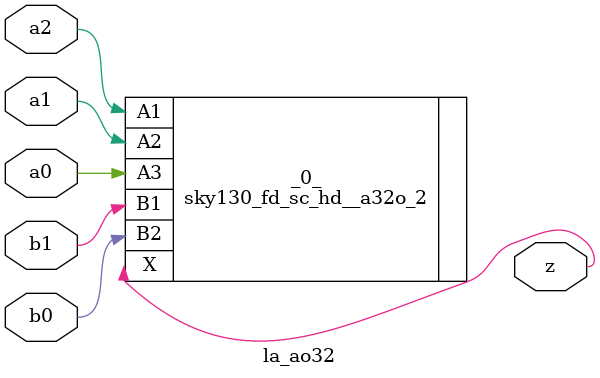
<source format=v>

module la_ao32(a0, a1, a2, b0, b1, z);
  input a0;
  input a1;
  input a2;
  input b0;
  input b1;
  output z;
  sky130_fd_sc_hd__a32o_2 _0_ (
    .A1(a2),
    .A2(a1),
    .A3(a0),
    .B1(b1),
    .B2(b0),
    .X(z)
  );
endmodule

</source>
